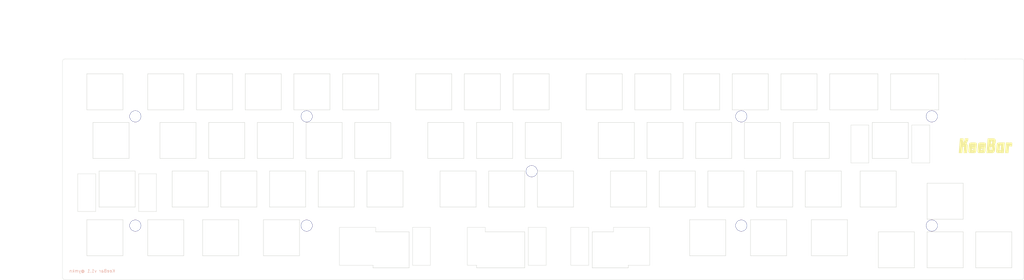
<source format=kicad_pcb>
(kicad_pcb (version 20221018) (generator pcbnew)
  (title_block (title "KeeBar TopPlate") (date "2023-12-29") (rev "v1.1") (company "@ymkn"))
  (layers (0 "F.Cu" signal) (31 "B.Cu" signal) (34 "B.Paste" user) (35 "F.Paste" user) (36 "B.SilkS" user "B.Silkscreen") (37 "F.SilkS" user "F.Silkscreen") (38 "B.Mask" user) (39 "F.Mask" user) (44 "Edge.Cuts" user))
  (net 0 "")
  (footprint "kbd_SW_Hole:SW_Hole_1.25u" (layer "F.Cu") (at 273.84375 109.5375)
    (fp_text reference "SW55" hide)
    (fp_text value "SW_Push" hide)
    (fp_line (start -7.05 -7.05) (end 7.05 -7.05) (stroke (width 0.15)) (layer "Edge.Cuts"))
    (fp_line (start -7.05 7.05) (end -7.05 -7.05) (stroke (width 0.15)) (layer "Edge.Cuts"))
    (fp_line (start 7.05 -7.05) (end 7.05 7.05) (stroke (width 0.15)) (layer "Edge.Cuts"))
    (fp_line (start 7.05 7.05) (end -7.05 7.05) (stroke (width 0.15)) (layer "Edge.Cuts"))
  )
  (footprint "kbd_Hole:m2_Spacer_Hole" (layer "F.Cu") (at 361.5 62)
    (fp_text reference "M2_4")
    (fp_text value "Val**")
    (pad "" np_thru_hole circle (at 0 0) (size 4.5 4.5) (drill 4.3) (layers "*.Cu" "*.Mask"))
  )
  (footprint "kbd_SW_Hole:SW_Hole_1u" (layer "F.Cu") (at 314.325 71.4375)
    (fp_text reference "SW30" hide)
    (fp_text value "SW_Push" hide)
    (fp_line (start -7.05 -7.05) (end 7.05 -7.05) (stroke (width 0.15)) (layer "Edge.Cuts"))
    (fp_line (start -7.05 7.05) (end -7.05 -7.05) (stroke (width 0.15)) (layer "Edge.Cuts"))
    (fp_line (start 7.05 -7.05) (end 7.05 7.05) (stroke (width 0.15)) (layer "Edge.Cuts"))
    (fp_line (start 7.05 7.05) (end -7.05 7.05) (stroke (width 0.15)) (layer "Edge.Cuts"))
  )
  (footprint "kbd_SW_Hole:SW_Hole_1u" (layer "F.Cu") (at 119.0625 52.3875)
    (fp_text reference "SW5" hide)
    (fp_text value "SW_Push" hide)
    (fp_line (start -7.05 -7.05) (end 7.05 -7.05) (stroke (width 0.15)) (layer "Edge.Cuts"))
    (fp_line (start -7.05 7.05) (end -7.05 -7.05) (stroke (width 0.15)) (layer "Edge.Cuts"))
    (fp_line (start 7.05 -7.05) (end 7.05 7.05) (stroke (width 0.15)) (layer "Edge.Cuts"))
    (fp_line (start 7.05 7.05) (end -7.05 7.05) (stroke (width 0.15)) (layer "Edge.Cuts"))
  )
  (footprint "kbd_SW_Hole:SW_Hole_1u" (layer "F.Cu") (at 276.225 71.4375)
    (fp_text reference "SW28" hide)
    (fp_text value "SW_Push" hide)
    (fp_line (start -7.05 -7.05) (end 7.05 -7.05) (stroke (width 0.15)) (layer "Edge.Cuts"))
    (fp_line (start -7.05 7.05) (end -7.05 -7.05) (stroke (width 0.15)) (layer "Edge.Cuts"))
    (fp_line (start 7.05 -7.05) (end 7.05 7.05) (stroke (width 0.15)) (layer "Edge.Cuts"))
    (fp_line (start 7.05 7.05) (end -7.05 7.05) (stroke (width 0.15)) (layer "Edge.Cuts"))
  )
  (footprint "kbd_SW_Hole:SW_Hole_1.25u" (layer "F.Cu") (at 340.51875 90.4875)
    (fp_text reference "SW46" hide)
    (fp_text value "SW_Push" hide)
    (fp_line (start -7.05 -7.05) (end 7.05 -7.05) (stroke (width 0.15)) (layer "Edge.Cuts"))
    (fp_line (start -7.05 7.05) (end -7.05 -7.05) (stroke (width 0.15)) (layer "Edge.Cuts"))
    (fp_line (start 7.05 -7.05) (end 7.05 7.05) (stroke (width 0.15)) (layer "Edge.Cuts"))
    (fp_line (start 7.05 7.05) (end -7.05 7.05) (stroke (width 0.15)) (layer "Edge.Cuts"))
  )
  (footprint "kbd_SW_Hole:SW_Hole_1u" (layer "F.Cu") (at 209.55 71.4375)
    (fp_text reference "SW25" hide)
    (fp_text value "SW_Push" hide)
    (fp_line (start -7.05 -7.05) (end 7.05 -7.05) (stroke (width 0.15)) (layer "Edge.Cuts"))
    (fp_line (start -7.05 7.05) (end -7.05 -7.05) (stroke (width 0.15)) (layer "Edge.Cuts"))
    (fp_line (start 7.05 -7.05) (end 7.05 7.05) (stroke (width 0.15)) (layer "Edge.Cuts"))
    (fp_line (start 7.05 7.05) (end -7.05 7.05) (stroke (width 0.15)) (layer "Edge.Cuts"))
  )
  (footprint "kbd_Hole:m2_Spacer_Hole" (layer "F.Cu") (at 117 62)
    (fp_text reference "M2_2")
    (fp_text value "Val**")
    (pad "" np_thru_hole circle (at 0 0) (size 4.5 4.5) (drill 4.3) (layers "*.Cu" "*.Mask"))
  )
  (footprint "kbd_Hole:m2_Spacer_Hole" (layer "F.Cu") (at 287 104.8)
    (fp_text reference "M2_8")
    (fp_text value "Val**")
    (pad "" np_thru_hole circle (at 0 0) (size 4.5 4.5) (drill 4.3) (layers "*.Cu" "*.Mask"))
  )
  (footprint "kbd_SW_Hole:SW_Hole_1u" (layer "F.Cu") (at 147.6375 90.4875)
    (fp_text reference "SW37" hide)
    (fp_text value "SW_Push" hide)
    (fp_line (start -7.05 -7.05) (end 7.05 -7.05) (stroke (width 0.15)) (layer "Edge.Cuts"))
    (fp_line (start -7.05 7.05) (end -7.05 -7.05) (stroke (width 0.15)) (layer "Edge.Cuts"))
    (fp_line (start 7.05 -7.05) (end 7.05 7.05) (stroke (width 0.15)) (layer "Edge.Cuts"))
    (fp_line (start 7.05 7.05) (end -7.05 7.05) (stroke (width 0.15)) (layer "Edge.Cuts"))
  )
  (footprint "kbd_SW_Hole:SW_Hole_1u" (layer "F.Cu") (at 309.5625 52.3875)
    (fp_text reference "SW14" hide)
    (fp_text value "SW_Push" hide)
    (fp_line (start -7.05 -7.05) (end 7.05 -7.05) (stroke (width 0.15)) (layer "Edge.Cuts"))
    (fp_line (start -7.05 7.05) (end -7.05 -7.05) (stroke (width 0.15)) (layer "Edge.Cuts"))
    (fp_line (start 7.05 -7.05) (end 7.05 7.05) (stroke (width 0.15)) (layer "Edge.Cuts"))
    (fp_line (start 7.05 7.05) (end -7.05 7.05) (stroke (width 0.15)) (layer "Edge.Cuts"))
  )
  (footprint "kbd_Hole:m2_Spacer_Hole" (layer "F.Cu") (at 50 62)
    (fp_text reference "M2_1")
    (fp_text value "Val**")
    (pad "" np_thru_hole circle (at 0 0) (size 4.5 4.5) (drill 4.3) (layers "*.Cu" "*.Mask"))
  )
  (footprint "kbd_SW_Hole:SW_Hole_1u" (layer "F.Cu") (at 366.7125 114.3)
    (fp_text reference "SW59" hide)
    (fp_text value "SW_Push" hide)
    (fp_line (start -7.05 -7.05) (end 7.05 -7.05) (stroke (width 0.15)) (layer "Edge.Cuts"))
    (fp_line (start -7.05 7.05) (end -7.05 -7.05) (stroke (width 0.15)) (layer "Edge.Cuts"))
    (fp_line (start 7.05 -7.05) (end 7.05 7.05) (stroke (width 0.15)) (layer "Edge.Cuts"))
    (fp_line (start 7.05 7.05) (end -7.05 7.05) (stroke (width 0.15)) (layer "Edge.Cuts"))
  )
  (footprint "kbd_SW_Hole:SW_Hole_1u" (layer "F.Cu") (at 214.3125 90.4875)
    (fp_text reference "SW40" hide)
    (fp_text value "SW_Push" hide)
    (fp_line (start -7.05 -7.05) (end 7.05 -7.05) (stroke (width 0.15)) (layer "Edge.Cuts"))
    (fp_line (start -7.05 7.05) (end -7.05 -7.05) (stroke (width 0.15)) (layer "Edge.Cuts"))
    (fp_line (start 7.05 -7.05) (end 7.05 7.05) (stroke (width 0.15)) (layer "Edge.Cuts"))
    (fp_line (start 7.05 7.05) (end -7.05 7.05) (stroke (width 0.15)) (layer "Edge.Cuts"))
  )
  (footprint "kbd_SW_Hole:SW_Hole_1.25u" (layer "F.Cu") (at 297.65625 109.5375)
    (fp_text reference "SW56" hide)
    (fp_text value "SW_Push" hide)
    (fp_line (start -7.05 -7.05) (end 7.05 -7.05) (stroke (width 0.15)) (layer "Edge.Cuts"))
    (fp_line (start -7.05 7.05) (end -7.05 -7.05) (stroke (width 0.15)) (layer "Edge.Cuts"))
    (fp_line (start 7.05 -7.05) (end 7.05 7.05) (stroke (width 0.15)) (layer "Edge.Cuts"))
    (fp_line (start 7.05 7.05) (end -7.05 7.05) (stroke (width 0.15)) (layer "Edge.Cuts"))
  )
  (footprint "kbd_SW_Hole:SW_Hole_1u" (layer "F.Cu") (at 233.3625 52.3875)
    (fp_text reference "SW10" hide)
    (fp_text value "SW_Push" hide)
    (fp_line (start -7.05 -7.05) (end 7.05 -7.05) (stroke (width 0.15)) (layer "Edge.Cuts"))
    (fp_line (start -7.05 7.05) (end -7.05 -7.05) (stroke (width 0.15)) (layer "Edge.Cuts"))
    (fp_line (start 7.05 -7.05) (end 7.05 7.05) (stroke (width 0.15)) (layer "Edge.Cuts"))
    (fp_line (start 7.05 7.05) (end -7.05 7.05) (stroke (width 0.15)) (layer "Edge.Cuts"))
  )
  (footprint "kbd_SW_Hole:SW_Hole_1u" (layer "F.Cu") (at 104.775 71.4375)
    (fp_text reference "SW20" hide)
    (fp_text value "SW_Push" hide)
    (fp_line (start -7.05 -7.05) (end 7.05 -7.05) (stroke (width 0.15)) (layer "Edge.Cuts"))
    (fp_line (start -7.05 7.05) (end -7.05 -7.05) (stroke (width 0.15)) (layer "Edge.Cuts"))
    (fp_line (start 7.05 -7.05) (end 7.05 7.05) (stroke (width 0.15)) (layer "Edge.Cuts"))
    (fp_line (start 7.05 7.05) (end -7.05 7.05) (stroke (width 0.15)) (layer "Edge.Cuts"))
  )
  (footprint "kbd_SW_Hole:SW_Hole_1u" (layer "F.Cu") (at 295.275 71.4375)
    (fp_text reference "SW29" hide)
    (fp_text value "SW_Push" hide)
    (fp_line (start -7.05 -7.05) (end 7.05 -7.05) (stroke (width 0.15)) (layer "Edge.Cuts"))
    (fp_line (start -7.05 7.05) (end -7.05 -7.05) (stroke (width 0.15)) (layer "Edge.Cuts"))
    (fp_line (start 7.05 -7.05) (end 7.05 7.05) (stroke (width 0.15)) (layer "Edge.Cuts"))
    (fp_line (start 7.05 7.05) (end -7.05 7.05) (stroke (width 0.15)) (layer "Edge.Cuts"))
  )
  (footprint "kbd_SW_Hole:SW_Hole_1u" (layer "F.Cu") (at 90.4875 90.4875)
    (fp_text reference "SW34" hide)
    (fp_text value "SW_Push" hide)
    (fp_line (start -7.05 -7.05) (end 7.05 -7.05) (stroke (width 0.15)) (layer "Edge.Cuts"))
    (fp_line (start -7.05 7.05) (end -7.05 -7.05) (stroke (width 0.15)) (layer "Edge.Cuts"))
    (fp_line (start 7.05 -7.05) (end 7.05 7.05) (stroke (width 0.15)) (layer "Edge.Cuts"))
    (fp_line (start 7.05 7.05) (end -7.05 7.05) (stroke (width 0.15)) (layer "Edge.Cuts"))
  )
  (footprint "KeeBar-footprints:SW_JointHole_1u_1.5u" (layer "F.Cu") (at 342.9 52.3875)
    (fp_text reference "REF**" hide)
    (fp_text value "" hide)
    (fp_line (start -21.3375 -7.05) (end -2.475 -7.05) (stroke (width 0.15)) (layer "Edge.Cuts"))
    (fp_line (start -21.3375 7.05) (end -21.3375 -7.05) (stroke (width 0.15)) (layer "Edge.Cuts"))
    (fp_line (start -2.4765 7.05) (end -21.3375 7.05) (stroke (width 0.15)) (layer "Edge.Cuts"))
    (fp_line (start -2.475 -7.05) (end -2.475 7.05) (stroke (width 0.15)) (layer "Edge.Cuts"))
    (fp_line (start 2.475 -7.05) (end 21.3375 -7.05) (stroke (width 0.15)) (layer "Edge.Cuts"))
    (fp_line (start 2.475 7.05) (end 2.475 -7.05) (stroke (width 0.15)) (layer "Edge.Cuts"))
    (fp_line (start 21.3375 -7.05) (end 21.3375 7.05) (stroke (width 0.15)) (layer "Edge.Cuts"))
    (fp_line (start 21.3375 7.05) (end 2.475 7.05) (stroke (width 0.15)) (layer "Edge.Cuts"))
  )
  (footprint "kbd_SW_Hole:SW_Hole_2u" (layer "F.Cu") (at 42.8625 90.4875)
    (fp_text reference "SW32" hide)
    (fp_text value "SW_Push" hide)
    (fp_line (start -15.4 -6) (end -8.4 -6) (stroke (width 0.12)) (layer "Edge.Cuts"))
    (fp_line (start -15.4 8.8) (end -15.4 -6) (stroke (width 0.12)) (layer "Edge.Cuts"))
    (fp_line (start -8.4 -6) (end -8.4 8.8) (stroke (width 0.12)) (layer "Edge.Cuts"))
    (fp_line (start -8.4 8.8) (end -15.4 8.8) (stroke (width 0.12)) (layer "Edge.Cuts"))
    (fp_line (start -7.05 -7.05) (end 7.05 -7.05) (stroke (width 0.15)) (layer "Edge.Cuts"))
    (fp_line (start -7.05 7.05) (end -7.05 -7.05) (stroke (width 0.15)) (layer "Edge.Cuts"))
    (fp_line (start 7.05 -7.05) (end 7.05 7.05) (stroke (width 0.15)) (layer "Edge.Cuts"))
    (fp_line (start 7.05 7.05) (end -7.05 7.05) (stroke (width 0.15)) (layer "Edge.Cuts"))
    (fp_line (start 8.4 -6) (end 8.4 8.8) (stroke (width 0.12)) (layer "Edge.Cuts"))
    (fp_line (start 8.4 8.8) (end 15.4 8.8) (stroke (width 0.12)) (layer "Edge.Cuts"))
    (fp_line (start 15.4 -6) (end 8.4 -6) (stroke (width 0.12)) (layer "Edge.Cuts"))
    (fp_line (start 15.4 8.8) (end 15.4 -6) (stroke (width 0.12)) (layer "Edge.Cuts"))
  )
  (footprint "kbd_SW_Hole:SW_Hole_1.5u" (layer "F.Cu") (at 38.1 52.3875)
    (fp_text reference "SW1" hide)
    (fp_text value "SW_Push" hide)
    (fp_line (start -7.05 -7.05) (end 7.05 -7.05) (stroke (width 0.15)) (layer "Edge.Cuts"))
    (fp_line (start -7.05 7.05) (end -7.05 -7.05) (stroke (width 0.15)) (layer "Edge.Cuts"))
    (fp_line (start 7.05 -7.05) (end 7.05 7.05) (stroke (width 0.15)) (layer "Edge.Cuts"))
    (fp_line (start 7.05 7.05) (end -7.05 7.05) (stroke (width 0.15)) (layer "Edge.Cuts"))
  )
  (footprint "kbd_SW_Hole:SW_Hole_1u" (layer "F.Cu") (at 300.0375 90.4875)
    (fp_text reference "SW44" hide)
    (fp_text value "SW_Push" hide)
    (fp_line (start -7.05 -7.05) (end 7.05 -7.05) (stroke (width 0.15)) (layer "Edge.Cuts"))
    (fp_line (start -7.05 7.05) (end -7.05 -7.05) (stroke (width 0.15)) (layer "Edge.Cuts"))
    (fp_line (start 7.05 -7.05) (end 7.05 7.05) (stroke (width 0.15)) (layer "Edge.Cuts"))
    (fp_line (start 7.05 7.05) (end -7.05 7.05) (stroke (width 0.15)) (layer "Edge.Cuts"))
  )
  (footprint "kbd_SW_Hole:SW_Hole_1u" (layer "F.Cu") (at 195.2625 90.4875)
    (fp_text reference "SW39" hide)
    (fp_text value "SW_Push" hide)
    (fp_line (start -7.05 -7.05) (end 7.05 -7.05) (stroke (width 0.15)) (layer "Edge.Cuts"))
    (fp_line (start -7.05 7.05) (end -7.05 -7.05) (stroke (width 0.15)) (layer "Edge.Cuts"))
    (fp_line (start 7.05 -7.05) (end 7.05 7.05) (stroke (width 0.15)) (layer "Edge.Cuts"))
    (fp_line (start 7.05 7.05) (end -7.05 7.05) (stroke (width 0.15)) (layer "Edge.Cuts"))
  )
  (footprint "kbd_SW_Hole:SW_Hole_1u" (layer "F.Cu") (at 123.825 71.4375)
    (fp_text reference "SW21" hide)
    (fp_text value "SW_Push" hide)
    (fp_line (start -7.05 -7.05) (end 7.05 -7.05) (stroke (width 0.15)) (layer "Edge.Cuts"))
    (fp_line (start -7.05 7.05) (end -7.05 -7.05) (stroke (width 0.15)) (layer "Edge.Cuts"))
    (fp_line (start 7.05 -7.05) (end 7.05 7.05) (stroke (width 0.15)) (layer "Edge.Cuts"))
    (fp_line (start 7.05 7.05) (end -7.05 7.05) (stroke (width 0.15)) (layer "Edge.Cuts"))
  )
  (footprint "kbd_SW_Hole:SW_Hole_1u" (layer "F.Cu") (at 347.6625 114.3)
    (fp_text reference "SW58" hide)
    (fp_text value "SW_Push" hide)
    (fp_line (start -7.05 -7.05) (end 7.05 -7.05) (stroke (width 0.15)) (layer "Edge.Cuts"))
    (fp_line (start -7.05 7.05) (end -7.05 -7.05) (stroke (width 0.15)) (layer "Edge.Cuts"))
    (fp_line (start 7.05 -7.05) (end 7.05 7.05) (stroke (width 0.15)) (layer "Edge.Cuts"))
    (fp_line (start 7.05 7.05) (end -7.05 7.05) (stroke (width 0.15)) (layer "Edge.Cuts"))
  )
  (footprint "kbd_SW_Hole:SW_Hole_1u" (layer "F.Cu") (at 85.725 71.4375)
    (fp_text reference "SW19" hide)
    (fp_text value "SW_Push" hide)
    (fp_line (start -7.05 -7.05) (end 7.05 -7.05) (stroke (width 0.15)) (layer "Edge.Cuts"))
    (fp_line (start -7.05 7.05) (end -7.05 -7.05) (stroke (width 0.15)) (layer "Edge.Cuts"))
    (fp_line (start 7.05 -7.05) (end 7.05 7.05) (stroke (width 0.15)) (layer "Edge.Cuts"))
    (fp_line (start 7.05 7.05) (end -7.05 7.05) (stroke (width 0.15)) (layer "Edge.Cuts"))
  )
  (footprint "kbd_SW_Hole:SW_Hole_1u" (layer "F.Cu") (at 61.9125 109.5375)
    (fp_text reference "SW49" hide)
    (fp_text value "SW_Push" hide)
    (fp_line (start -7.05 -7.05) (end 7.05 -7.05) (stroke (width 0.15)) (layer "Edge.Cuts"))
    (fp_line (start -7.05 7.05) (end -7.05 -7.05) (stroke (width 0.15)) (layer "Edge.Cuts"))
    (fp_line (start 7.05 -7.05) (end 7.05 7.05) (stroke (width 0.15)) (layer "Edge.Cuts"))
    (fp_line (start 7.05 7.05) (end -7.05 7.05) (stroke (width 0.15)) (layer "Edge.Cuts"))
  )
  (footprint "kbd_SW_Hole:SW_Hole_1u" (layer "F.Cu") (at 71.4375 90.4875)
    (fp_text reference "SW33" hide)
    (fp_text value "SW_Push" hide)
    (fp_line (start -7.05 -7.05) (end 7.05 -7.05) (stroke (width 0.15)) (layer "Edge.Cuts"))
    (fp_line (start -7.05 7.05) (end -7.05 -7.05) (stroke (width 0.15)) (layer "Edge.Cuts"))
    (fp_line (start 7.05 -7.05) (end 7.05 7.05) (stroke (width 0.15)) (layer "Edge.Cuts"))
    (fp_line (start 7.05 7.05) (end -7.05 7.05) (stroke (width 0.15)) (layer "Edge.Cuts"))
  )
  (footprint "KeeBar-footprints:SW_JointHole_Omnispacebar" (layer "F.Cu") (at 190.5 114.3)
    (fp_text reference "Omnispacebar" hide)
    (fp_text value "SW_JointHole_Omnispacebar")
    (fp_line (start -60.6625 -8.79) (end -60.6625 6.01) (stroke (width 0.12)) (layer "Edge.Cuts"))
    (fp_line (start -60.6625 6.01) (end -47.54 6.01) (stroke (width 0.12)) (layer "Edge.Cuts"))
    (fp_line (start -47.54 7.06) (end -47.54 6.01) (stroke (width 0.15)) (layer "Edge.Cuts"))
    (fp_line (start -46.51 -8.79) (end -60.6625 -8.79) (stroke (width 0.12)) (layer "Edge.Cuts"))
    (fp_line (start -46.51 -7.04) (end -46.51 -8.79) (stroke (width 0.12)) (layer "Edge.Cuts"))
    (fp_line (start -46.51 -7.04) (end -33.44 -7.04) (stroke (width 0.15)) (layer "Edge.Cuts"))
    (fp_line (start -33.44 -7.04) (end -33.44 7.06) (stroke (width 0.15)) (layer "Edge.Cuts"))
    (fp_line (start -33.44 7.06) (end -47.54 7.06) (stroke (width 0.15)) (layer "Edge.Cuts"))
    (fp_line (start -32.09 -8.79) (end -25.09 -8.79) (stroke (width 0.12)) (layer "Edge.Cuts"))
    (fp_line (start -32.09 6.01) (end -32.09 -8.79) (stroke (width 0.12)) (layer "Edge.Cuts"))
    (fp_line (start -25.09 -8.79) (end -25.09 6.01) (stroke (width 0.12)) (layer "Edge.Cuts"))
    (fp_line (start -25.09 6.01) (end -32.09 6.01) (stroke (width 0.12)) (layer "Edge.Cuts"))
    (fp_line (start -10.64625 -8.79) (end -10.64625 6.01) (stroke (width 0.12)) (layer "Edge.Cuts"))
    (fp_line (start -10.64625 6.01) (end -7.0525 6.01) (stroke (width 0.12)) (layer "Edge.Cuts"))
    (fp_line (start -7.0525 7.06) (end -7.0525 6.01) (stroke (width 0.15)) (layer "Edge.Cuts"))
    (fp_line (start -3.64625 -8.79) (end -10.64625 -8.79) (stroke (width 0.12)) (layer "Edge.Cuts"))
    (fp_line (start -3.64625 -7.04) (end -3.64625 -8.79) (stroke (width 0.12)) (layer "Edge.Cuts"))
    (fp_line (start -3.64625 -7.04) (end 11.80375 -7.04) (stroke (width 0.15)) (layer "Edge.Cuts"))
    (fp_line (start 11.80375 -7.04) (end 11.80375 7.06) (stroke (width 0.15)) (layer "Edge.Cuts"))
    (fp_line (start 11.80375 7.06) (end -7.0525 7.06) (stroke (width 0.15)) (layer "Edge.Cuts"))
    (fp_line (start 13.15375 -8.79) (end 20.15375 -8.79) (stroke (width 0.12)) (layer "Edge.Cuts"))
    (fp_line (start 13.15375 6.01) (end 13.15375 -8.79) (stroke (width 0.12)) (layer "Edge.Cuts"))
    (fp_line (start 20.15375 -8.79) (end 20.15375 6.01) (stroke (width 0.12)) (layer "Edge.Cuts"))
    (fp_line (start 20.15375 6.01) (end 13.15375 6.01) (stroke (width 0.12)) (layer "Edge.Cuts"))
    (fp_line (start 29.835 -8.79) (end 29.835 6.01) (stroke (width 0.12)) (layer "Edge.Cuts"))
    (fp_line (start 29.835 6.01) (end 36.835 6.01) (stroke (width 0.12)) (layer "Edge.Cuts"))
    (fp_line (start 36.835 -8.79) (end 29.835 -8.79) (stroke (width 0.12)) (layer "Edge.Cuts"))
    (fp_line (start 36.835 6.01) (end 36.835 -8.79) (stroke (width 0.12)) (layer "Edge.Cuts"))
    (fp_line (start 38.185 -7.04) (end 46.51 -7.04) (stroke (width 0.15)) (layer "Edge.Cuts"))
    (fp_line (start 38.185 7.06) (end 38.185 -7.04) (stroke (width 0.15)) (layer "Edge.Cuts"))
    (fp_line (start 46.51 -8.79) (end 60.6575 -8.79) (stroke (width 0.12)) (layer "Edge.Cuts"))
    (fp_line (start 46.51 -7.04) (end 46.51 -8.79) (stroke (width 0.12)) (layer "Edge.Cuts"))
    (fp_line (start 52.285 6.01) (end 52.285 7.06) (stroke (width 0.15)) (layer "Edge.Cuts"))
    (fp_line (start 52.285 7.06) (end 38.185 7.06) (stroke (width 0.15)) (layer "Edge.Cuts"))
    (fp_line (start 60.6575 -8.79) (end 60.6575 6.01) (stroke (width 0.12)) (layer "Edge.Cuts"))
    (fp_line (start 60.6575 6.01) (end 52.285 6.01) (stroke (width 0.12)) (layer "Edge.Cuts"))
  )
  (footprint "kbd_SW_Hole:SW_Hole_1u" (layer "F.Cu") (at 185.7375 52.3875)
    (fp_text reference "SW8" hide)
    (fp_text value "SW_Push" hide)
    (fp_line (start -7.05 -7.05) (end 7.05 -7.05) (stroke (width 0.15)) (layer "Edge.Cuts"))
    (fp_line (start -7.05 7.05) (end -7.05 -7.05) (stroke (width 0.15)) (layer "Edge.Cuts"))
    (fp_line (start 7.05 -7.05) (end 7.05 7.05) (stroke (width 0.15)) (layer "Edge.Cuts"))
    (fp_line (start 7.05 7.05) (end -7.05 7.05) (stroke (width 0.15)) (layer "Edge.Cuts"))
  )
  (footprint "kbd_SW_Hole:SW_Hole_1.25u" (layer "F.Cu") (at 83.34375 109.5375)
    (fp_text reference "SW50" hide)
    (fp_text value "SW_Push" hide)
    (fp_line (start -7.05 -7.05) (end 7.05 -7.05) (stroke (width 0.15)) (layer "Edge.Cuts"))
    (fp_line (start -7.05 7.05) (end -7.05 -7.05) (stroke (width 0.15)) (layer "Edge.Cuts"))
    (fp_line (start 7.05 -7.05) (end 7.05 7.05) (stroke (width 0.15)) (layer "Edge.Cuts"))
    (fp_line (start 7.05 7.05) (end -7.05 7.05) (stroke (width 0.15)) (layer "Edge.Cuts"))
  )
  (footprint "kbd_SW_Hole:SW_Hole_1u" (layer "F.Cu") (at 238.125 71.4375)
    (fp_text reference "SW26" hide)
    (fp_text value "SW_Push" hide)
    (fp_line (start -7.05 -7.05) (end 7.05 -7.05) (stroke (width 0.15)) (layer "Edge.Cuts"))
    (fp_line (start -7.05 7.05) (end -7.05 -7.05) (stroke (width 0.15)) (layer "Edge.Cuts"))
    (fp_line (start 7.05 -7.05) (end 7.05 7.05) (stroke (width 0.15)) (layer "Edge.Cuts"))
    (fp_line (start 7.05 7.05) (end -7.05 7.05) (stroke (width 0.15)) (layer "Edge.Cuts"))
  )
  (footprint "kbd_SW_Hole:SW_Hole_1u" (layer "F.Cu") (at 366.7125 95.25)
    (fp_text reference "SW47" hide)
    (fp_text value "SW_Push" hide)
    (fp_line (start -7.05 -7.05) (end 7.05 -7.05) (stroke (width 0.15)) (layer "Edge.Cuts"))
    (fp_line (start -7.05 7.05) (end -7.05 -7.05) (stroke (width 0.15)) (layer "Edge.Cuts"))
    (fp_line (start 7.05 -7.05) (end 7.05 7.05) (stroke (width 0.15)) (layer "Edge.Cuts"))
    (fp_line (start 7.05 7.05) (end -7.05 7.05) (stroke (width 0.15)) (layer "Edge.Cuts"))
  )
  (footprint "kbd_SW_Hole:SW_Hole_1u" (layer "F.Cu") (at 257.175 71.4375)
    (fp_text reference "SW27" hide)
    (fp_text value "SW_Push" hide)
    (fp_line (start -7.05 -7.05) (end 7.05 -7.05) (stroke (width 0.15)) (layer "Edge.Cuts"))
    (fp_line (start -7.05 7.05) (end -7.05 -7.05) (stroke (width 0.15)) (layer "Edge.Cuts"))
    (fp_line (start 7.05 -7.05) (end 7.05 7.05) (stroke (width 0.15)) (layer "Edge.Cuts"))
    (fp_line (start 7.05 7.05) (end -7.05 7.05) (stroke (width 0.15)) (layer "Edge.Cuts"))
  )
  (footprint "kbd_SW_Hole:SW_Hole_1u" (layer "F.Cu") (at 138.1125 52.3875)
    (fp_text reference "SW6" hide)
    (fp_text value "SW_Push" hide)
    (fp_line (start -7.05 -7.05) (end 7.05 -7.05) (stroke (width 0.15)) (layer "Edge.Cuts"))
    (fp_line (start -7.05 7.05) (end -7.05 -7.05) (stroke (width 0.15)) (layer "Edge.Cuts"))
    (fp_line (start 7.05 -7.05) (end 7.05 7.05) (stroke (width 0.15)) (layer "Edge.Cuts"))
    (fp_line (start 7.05 7.05) (end -7.05 7.05) (stroke (width 0.15)) (layer "Edge.Cuts"))
  )
  (footprint "kbd_SW_Hole:SW_Hole_1u" (layer "F.Cu") (at 142.875 71.4375)
    (fp_text reference "SW22" hide)
    (fp_text value "SW_Push" hide)
    (fp_line (start -7.05 -7.05) (end 7.05 -7.05) (stroke (width 0.15)) (layer "Edge.Cuts"))
    (fp_line (start -7.05 7.05) (end -7.05 -7.05) (stroke (width 0.15)) (layer "Edge.Cuts"))
    (fp_line (start 7.05 -7.05) (end 7.05 7.05) (stroke (width 0.15)) (layer "Edge.Cuts"))
    (fp_line (start 7.05 7.05) (end -7.05 7.05) (stroke (width 0.15)) (layer "Edge.Cuts"))
  )
  (footprint "kbd_SW_Hole:SW_Hole_1u" (layer "F.Cu") (at 204.7875 52.3875)
    (fp_text reference "SW9" hide)
    (fp_text value "SW_Push" hide)
    (fp_line (start -7.05 -7.05) (end 7.05 -7.05) (stroke (width 0.15)) (layer "Edge.Cuts"))
    (fp_line (start -7.05 7.05) (end -7.05 -7.05) (stroke (width 0.15)) (layer "Edge.Cuts"))
    (fp_line (start 7.05 -7.05) (end 7.05 7.05) (stroke (width 0.15)) (layer "Edge.Cuts"))
    (fp_line (start 7.05 7.05) (end -7.05 7.05) (stroke (width 0.15)) (layer "Edge.Cuts"))
  )
  (footprint "kbd_SW_Hole:SW_Hole_1u" (layer "F.Cu") (at 190.5 71.4375)
    (fp_text reference "SW24" hide)
    (fp_text value "SW_Push" hide)
    (fp_line (start -7.05 -7.05) (end 7.05 -7.05) (stroke (width 0.15)) (layer "Edge.Cuts"))
    (fp_line (start -7.05 7.05) (end -7.05 -7.05) (stroke (width 0.15)) (layer "Edge.Cuts"))
    (fp_line (start 7.05 -7.05) (end 7.05 7.05) (stroke (width 0.15)) (layer "Edge.Cuts"))
    (fp_line (start 7.05 7.05) (end -7.05 7.05) (stroke (width 0.15)) (layer "Edge.Cuts"))
  )
  (footprint "kbd_Hole:m2_Spacer_Hole" (layer "F.Cu") (at 205 83.5)
    (fp_text reference "M2_5")
    (fp_text value "Val**")
    (pad "" np_thru_hole circle (at 0 0) (size 4.5 4.5) (drill 4.3) (layers "*.Cu" "*.Mask"))
  )
  (footprint "kbd_SW_Hole:SW_Hole_1u" (layer "F.Cu") (at 385.7625 114.3)
    (fp_text reference "SW60" hide)
    (fp_text value "SW_Push" hide)
    (fp_line (start -7.05 -7.05) (end 7.05 -7.05) (stroke (width 0.15)) (layer "Edge.Cuts"))
    (fp_line (start -7.05 7.05) (end -7.05 -7.05) (stroke (width 0.15)) (layer "Edge.Cuts"))
    (fp_line (start 7.05 -7.05) (end 7.05 7.05) (stroke (width 0.15)) (layer "Edge.Cuts"))
    (fp_line (start 7.05 7.05) (end -7.05 7.05) (stroke (width 0.15)) (layer "Edge.Cuts"))
  )
  (footprint "kbd_SW_Hole:SW_Hole_1u" (layer "F.Cu") (at 166.6875 52.3875)
    (fp_text reference "SW7" hide)
    (fp_text value "SW_Push" hide)
    (fp_line (start -7.05 -7.05) (end 7.05 -7.05) (stroke (width 0.15)) (layer "Edge.Cuts"))
    (fp_line (start -7.05 7.05) (end -7.05 -7.05) (stroke (width 0.15)) (layer "Edge.Cuts"))
    (fp_line (start 7.05 -7.05) (end 7.05 7.05) (stroke (width 0.15)) (layer "Edge.Cuts"))
    (fp_line (start 7.05 7.05) (end -7.05 7.05) (stroke (width 0.15)) (layer "Edge.Cuts"))
  )
  (footprint "kbd_SW_Hole:SW_Hole_1u" (layer "F.Cu") (at 261.9375 90.4875)
    (fp_text reference "SW42" hide)
    (fp_text value "SW_Push" hide)
    (fp_line (start -7.05 -7.05) (end 7.05 -7.05) (stroke (width 0.15)) (layer "Edge.Cuts"))
    (fp_line (start -7.05 7.05) (end -7.05 -7.05) (stroke (width 0.15)) (layer "Edge.Cuts"))
    (fp_line (start 7.05 -7.05) (end 7.05 7.05) (stroke (width 0.15)) (layer "Edge.Cuts"))
    (fp_line (start 7.05 7.05) (end -7.05 7.05) (stroke (width 0.15)) (layer "Edge.Cuts"))
  )
  (footprint "kbd_Hole:m2_Spacer_Hole" (layer "F.Cu") (at 117 104.8)
    (fp_text reference "M2_7")
    (fp_text value "Val**")
    (pad "" np_thru_hole circle (at 0 0) (size 4.5 4.5) (drill 4.3) (layers "*.Cu" "*.Mask"))
  )
  (footprint "kbd_SW_Hole:SW_Hole_1u" (layer "F.Cu") (at 242.8875 90.4875)
    (fp_text reference "SW41" hide)
    (fp_text value "SW_Push" hide)
    (fp_line (start -7.05 -7.05) (end 7.05 -7.05) (stroke (width 0.15)) (layer "Edge.Cuts"))
    (fp_line (start -7.05 7.05) (end -7.05 -7.05) (stroke (width 0.15)) (layer "Edge.Cuts"))
    (fp_line (start 7.05 -7.05) (end 7.05 7.05) (stroke (width 0.15)) (layer "Edge.Cuts"))
    (fp_line (start 7.05 7.05) (end -7.05 7.05) (stroke (width 0.15)) (layer "Edge.Cuts"))
  )
  (footprint "kbd_SW_Hole:SW_Hole_1u" (layer "F.Cu") (at 100.0125 52.3875)
    (fp_text reference "SW4" hide)
    (fp_text value "SW_Push" hide)
    (fp_line (start -7.05 -7.05) (end 7.05 -7.05) (stroke (width 0.15)) (layer "Edge.Cuts"))
    (fp_line (start -7.05 7.05) (end -7.05 -7.05) (stroke (width 0.15)) (layer "Edge.Cuts"))
    (fp_line (start 7.05 -7.05) (end 7.05 7.05) (stroke (width 0.15)) (layer "Edge.Cuts"))
    (fp_line (start 7.05 7.05) (end -7.05 7.05) (stroke (width 0.15)) (layer "Edge.Cuts"))
  )
  (footprint "logo:keebar-logo" (layer "F.Cu") (at 382.5 73.5)
    (fp_text reference "" (at 0 0) (layer "F.SilkS") (effects (font (size 1.5 1.5) (thickness 0.3))))
    (fp_text value "LOGO" hide)
    (fp_poly (pts (xy 10.077368 -1.270115) (xy 10.196689 -1.260714) (xy 10.275485 -1.238843) (xy 10.335881 -1.199427) (xy 10.375832 -1.161913) (xy 10.48604 -1.051705) (xy 10.457216 -0.536453) (xy 10.44372 -0.319098) (xy 10.428813 -0.117552) (xy 10.414389 0.044516) (xy 10.403268 0.137813) (xy 10.378143 0.296828) (xy 9.870444 0.296828) (xy 9.362746 0.296828) (xy 9.377922 0.10601) (xy 9.381771 -0.014191) (xy 9.364216 -0.071097) (xy 9.322565 -0.084808) (xy 9.299139 -0.082246) (xy 9.279335 -0.069186) (xy 9.262074 -0.037567) (xy 9.24628 0.020674) (xy 9.230875 0.113597) (xy 9.214783 0.249263) (xy 9.196926 0.435734) (xy 9.176226 0.681072) (xy 9.151606 0.993337) (xy 9.12199 1.380592) (xy 9.115738 1.462938) (xy 9.091795 1.773138) (xy 9.068757 2.06179) (xy 9.047697 2.316196) (xy 9.029689 2.52366) (xy 9.015805 2.671484) (xy 9.007328 2.745659) (xy 8.985807 2.883472) (xy 8.330466 2.883472) (xy 8.066567 2.881729) (xy 7.87827 2.876004) (xy 7.756428 2.865559) (xy 7.691898 2.849654) (xy 7.675258 2.830467) (xy 7.678742 2.778694) (xy 7.688677 2.650897) (xy 7.704366 2.45556) (xy 7.725115 2.201167) (xy 7.750227 1.896199) (xy 7.779007 1.549142) (xy 7.81076 1.168477) (xy 7.844741 0.763272) (xy 7.878692 0.359293) (xy 7.910377 -0.018078) (xy 7.939105 -0.36059) (xy 7.964186 -0.659992) (xy 7.984929 -0.908032) (xy 8.000643 -1.096459) (xy 8.010638 -1.217022) (xy 8.014223 -1.261469) (xy 8.014225 -1.261519) (xy 8.054272 -1.265152) (xy 8.164704 -1.268249) (xy 8.331096 -1.270576) (xy 8.539025 -1.271902) (xy 8.67162 -1.27212) (xy 8.920484 -1.271729) (xy 9.096971 -1.269394) (xy 9.213515 -1.263371) (xy 9.282545 -1.251917) (xy 9.316493 -1.233286) (xy 9.327792 -1.205735) (xy 9.328882 -1.179921) (xy 9.328882 -1.087721) (xy 9.427024 -1.179921) (xy 9.486292 -1.225529) (xy 9.559303 -1.253241) (xy 9.667595 -1.267294) (xy 9.832712 -1.271931) (xy 9.895395 -1.27212)) (fill solid) (layer "F.SilkS"))
    (fp_poly (pts (xy 7.528774 -1.049499) (xy 7.519733 -0.958545) (xy 7.50513 -0.797996) (xy 7.485845 -0.578471) (xy 7.462758 -0.310587) (xy 7.43675 -0.004963) (xy 7.4087 0.327785) (xy 7.379489 0.677037) (xy 7.349996 1.032177) (xy 7.321102 1.382586) (xy 7.293688 1.717646) (xy 7.268633 2.02674) (xy 7.246817 2.29925) (xy 7.229122 2.524557) (xy 7.216426 2.692045) (xy 7.20961 2.791094) (xy 7.208681 2.811892) (xy 7.201187 2.838781) (xy 7.170753 2.858014) (xy 7.10545 2.870845) (xy 6.993351 2.878526) (xy 6.822527 2.88231) (xy 6.581051 2.883451) (xy 6.52736 2.883472) (xy 5.846038 2.883472) (xy 5.875365 2.788063) (xy 5.904691 2.692654) (xy 5.801282 2.788063) (xy 5.75421 2.826483) (xy 5.700293 2.852947) (xy 5.623721 2.869667) (xy 5.508687 2.878854) (xy 5.33938 2.882718) (xy 5.119026 2.883472) (xy 4.54018 2.883472) (xy 4.392879 2.754141) (xy 4.326223 2.693151) (xy 4.272948 2.633268) (xy 4.232381 2.565334) (xy 4.203848 2.480193) (xy 4.186676 2.368687) (xy 4.180193 2.221658) (xy 4.183724 2.029949) (xy 4.196598 1.784403) (xy 4.196838 1.780968) (xy 5.507325 1.780968) (xy 5.735216 1.780968) (xy 5.963108 1.780968) (xy 6.01393 1.134307) (xy 6.034153 0.88075) (xy 6.054602 0.63091) (xy 6.073245 0.409176) (xy 6.088052 0.239936) (xy 6.091596 0.201419) (xy 6.118441 -0.084808) (xy 5.904268 -0.084808) (xy 5.690095 -0.084808) (xy 5.665112 0.116611) (xy 5.652078 0.237494) (xy 5.634947 0.418642) (xy 5.615926 0.635745) (xy 5.597219 0.864494) (xy 5.596842 0.869282) (xy 5.578399 1.095323) (xy 5.559837 1.307613) (xy 5.543273 1.482856) (xy 5.530821 1.597752) (xy 5.53044 1.600751) (xy 5.507325 1.780968) (xy 4.196838 1.780968) (xy 4.21814 1.475863) (xy 4.247678 1.09517) (xy 4.259769 0.943333) (xy 4.28819 0.598624) (xy 4.316795 0.272303) (xy 4.34441 -0.023698) (xy 4.369859 -0.277449) (xy 4.391968 -0.477022) (xy 4.40956 -0.610485) (xy 4.416856 -0.651259) (xy 4.500902 -0.865293) (xy 4.641692 -1.057775) (xy 4.816888 -1.19905) (xy 4.838246 -1.21068) (xy 4.88799 -1.228752) (xy 4.965504 -1.243078) (xy 5.079655 -1.254045) (xy 5.239308 -1.262035) (xy 5.453329 -1.267435) (xy 5.730583 -1.270627) (xy 6.079937 -1.271996) (xy 6.255537 -1.27212) (xy 7.554016 -1.27212)) (fill solid) (layer "F.SilkS"))
    (fp_poly (pts (xy -0.945725 -1.271252) (xy -0.676697 -1.267319) (xy -0.470269 -1.258333) (xy -0.315344 -1.242303) (xy -0.20082 -1.217239) (xy -0.115598 -1.181151) (xy -0.048579 -1.132049) (xy 0.011338 -1.067942) (xy 0.038516 -1.03421) (xy 0.10255 -0.940671) (xy 0.147854 -0.838825) (xy 0.175699 -0.715274) (xy 0.187357 -0.556624) (xy 0.184099 -0.349478) (xy 0.167197 -0.080439) (xy 0.149443 0.134582) (xy 0.126689 0.38987) (xy 0.104511 0.628845) (xy 0.08468 0.83313) (xy 0.068967 0.984352) (xy 0.061273 1.049499) (xy 0.037208 1.229716) (xy -0.824939 1.229716) (xy -1.125572 1.229663) (xy -1.351919 1.231808) (xy -1.514494 1.239606) (xy -1.623812 1.256513) (xy -1.690386 1.285986) (xy -1.724729 1.331478) (xy -1.737355 1.396447) (xy -1.738778 1.484348) (xy -1.738564 1.530012) (xy -1.738564 1.69616) (xy -1.531964 1.69616) (xy -1.325363 1.69616) (xy -1.298241 1.526544) (xy -1.271118 1.356928) (xy -0.614109 1.356928) (xy 0.042899 1.356928) (xy 0.017746 1.727963) (xy -0.010926 2.029196) (xy -0.054345 2.262633) (xy -0.117891 2.444767) (xy -0.206943 2.592091) (xy -0.29696 2.692853) (xy -0.470386 2.86227) (xy -1.58152 2.872249) (xy -1.933026 2.874588) (xy -2.20949 2.874289) (xy -2.420646 2.870943) (xy -2.576232 2.864143) (xy -2.685982 2.853481) (xy -2.759634 2.838548) (xy -2.80319 2.821073) (xy -2.944588 2.700251) (xy -3.056262 2.521058) (xy -3.098589 2.406231) (xy -3.105926 2.32241) (xy -3.103867 2.157045) (xy -3.092561 1.912861) (xy -3.072158 1.592583) (xy -3.042808 1.198934) (xy -3.010244 0.800465) (xy -2.97419 0.379795) (xy -2.942733 0.034749) (xy -2.936965 -0.021202) (xy -1.611352 -0.021202) (xy -1.588655 0.018797) (xy -1.51007 0.038334) (xy -1.399332 0.042404) (xy -1.266001 0.035595) (xy -1.200879 0.012019) (xy -1.187312 -0.021202) (xy -1.21001 -0.061202) (xy -1.288594 -0.080738) (xy -1.399332 -0.084808) (xy -1.532664 -0.077999) (xy -1.597785 -0.054423) (xy -1.611352 -0.021202) (xy -2.936965 -0.021202) (xy -2.914037 -0.243615) (xy -2.886269 -0.464238) (xy -2.857594 -0.636061) (xy -2.826178 -0.768023) (xy -2.790186 -0.869067) (xy -2.747785 -0.948133) (xy -2.697139 -1.014162) (xy -2.636414 -1.076095) (xy -2.622574 -1.089079) (xy -2.556467 -1.14452) (xy -2.484291 -1.187581) (xy -2.394829 -1.2198) (xy -2.276865 -1.242715) (xy -2.119183 -1.257865) (xy -1.910566 -1.266791) (xy -1.639799 -1.271029) (xy -1.295664 -1.27212) (xy -1.288456 -1.27212)) (fill solid) (layer "F.SilkS"))
    (fp_poly (pts (xy -4.507662 -1.271252) (xy -4.238633 -1.267319) (xy -4.032206 -1.258333) (xy -3.87728 -1.242303) (xy -3.762756 -1.217239) (xy -3.677535 -1.181151) (xy -3.610515 -1.132049) (xy -3.550598 -1.067942) (xy -3.52342 -1.03421) (xy -3.459387 -0.940671) (xy -3.414083 -0.838825) (xy -3.386238 -0.715274) (xy -3.37458 -0.556624) (xy -3.377837 -0.349478) (xy -3.394739 -0.080439) (xy -3.412493 0.134582) (xy -3.435248 0.38987) (xy -3.457426 0.628845) (xy -3.477256 0.83313) (xy -3.492969 0.984352) (xy -3.500664 1.049499) (xy -3.524729 1.229716) (xy -4.386876 1.229716) (xy -4.687508 1.229663) (xy -4.913855 1.231808) (xy -5.076431 1.239606) (xy -5.185749 1.256513) (xy -5.252322 1.285986) (xy -5.286665 1.331478) (xy -5.299292 1.396447) (xy -5.300715 1.484348) (xy -5.300501 1.530012) (xy -5.300501 1.69616) (xy -5.0939 1.69616) (xy -4.8873 1.69616) (xy -4.860177 1.526544) (xy -4.833054 1.356928) (xy -4.176834 1.356928) (xy -3.520614 1.356928) (xy -3.544293 1.685559) (xy -3.577463 2.015929) (xy -3.627098 2.275013) (xy -3.698432 2.475586) (xy -3.796693 2.630422) (xy -3.927113 2.752295) (xy -4.001489 2.802116) (xy -4.048842 2.827323) (xy -4.105219 2.846688) (xy -4.18169 2.86095) (xy -4.289325 2.870846) (xy -4.439195 2.877113) (xy -4.642371 2.88049) (xy -4.909922 2.881715) (xy -5.194491 2.881616) (xy -5.543219 2.880088) (xy -5.816626 2.876301) (xy -6.024182 2.869757) (xy -6.175355 2.859959) (xy -6.279614 2.846407) (xy -6.346429 2.828603) (xy -6.365127 2.819997) (xy -6.5056 2.701204) (xy -6.61704 2.523638) (xy -6.660526 2.406231) (xy -6.667863 2.32241) (xy -6.665804 2.157045) (xy -6.654497 1.912861) (xy -6.634094 1.592583) (xy -6.604744 1.198934) (xy -6.572181 0.800465) (xy -6.536127 0.379795) (xy -6.504669 0.034749) (xy -6.498901 -0.021202) (xy -5.173289 -0.021202) (xy -5.150591 0.018797) (xy -5.072006 0.038334) (xy -4.961269 0.042404) (xy -4.827937 0.035595) (xy -4.762816 0.012019) (xy -4.749249 -0.021202) (xy -4.771946 -0.061202) (xy -4.850531 -0.080738) (xy -4.961269 -0.084808) (xy -5.0946 -0.077999) (xy -5.159721 -0.054423) (xy -5.173289 -0.021202) (xy -6.498901 -0.021202) (xy -6.475974 -0.243615) (xy -6.448205 -0.464238) (xy -6.41953 -0.636061) (xy -6.388114 -0.768023) (xy -6.352123 -0.869067) (xy -6.309721 -0.948133) (xy -6.259075 -1.014162) (xy -6.198351 -1.076095) (xy -6.184511 -1.089079) (xy -6.118403 -1.14452) (xy -6.046227 -1.187581) (xy -5.956765 -1.2198) (xy -5.838801 -1.242715) (xy -5.681119 -1.257865) (xy -5.472503 -1.266791) (xy -5.201735 -1.271029) (xy -4.857601 -1.27212) (xy -4.850392 -1.27212)) (fill solid) (layer "F.SilkS"))
    (fp_poly (pts (xy -8.659238 -2.024791) (xy -8.681207 -1.762867) (xy -8.699446 -1.529449) (xy -8.713028 -1.337817) (xy -8.721024 -1.201251) (xy -8.722506 -1.13303) (xy -8.721889 -1.128586) (xy -8.699417 -1.150361) (xy -8.645431 -1.235506) (xy -8.567043 -1.371888) (xy -8.471368 -1.547378) (xy -8.425889 -1.633358) (xy -8.306964 -1.865395) (xy -8.225055 -2.039978) (xy -8.174131 -2.17272) (xy -8.148159 -2.279238) (xy -8.141102 -2.370549) (xy -8.134624 -2.53311) (xy -8.119141 -2.692276) (xy -8.114352 -2.724457) (xy -8.088069 -2.883472) (xy -7.392029 -2.883472) (xy -6.69599 -2.883472) (xy -6.717089 -2.745659) (xy -6.732671 -2.627716) (xy -6.75103 -2.466018) (xy -6.763899 -2.339475) (xy -6.77917 -2.226938) (xy -6.806496 -2.11558) (xy -6.852156 -1.989816) (xy -6.922425 -1.834064) (xy -7.02358 -1.632737) (xy -7.13054 -1.429183) (xy -7.264063 -1.172683) (xy -7.35602 -0.983587) (xy -7.408653 -0.856682) (xy -7.424202 -0.786753) (xy -7.414283 -0.768931) (xy -7.354523 -0.730547) (xy -7.259856 -0.650544) (xy -7.180919 -0.575738) (xy -7.063818 -0.441889) (xy -7.000522 -0.315812) (xy -6.977442 -0.211039) (xy -6.974365 -0.123879) (xy -6.978174 0.036303) (xy -6.98823 0.258055) (xy -7.003891 0.529924) (xy -7.024515 0.840458) (xy -7.049462 1.178207) (xy -7.06881 1.420534) (xy -7.187479 2.86227) (xy -7.876544 2.873922) (xy -8.133204 2.877622) (xy -8.317083 2.87794) (xy -8.440177 2.873767) (xy -8.514484 2.863996) (xy -8.551998 2.847519) (xy -8.564717 2.82323) (xy -8.56555 2.810316) (xy -8.562123 2.74822) (xy -8.55253 2.614309) (xy -8.537757 2.421272) (xy -8.518787 2.1818) (xy -8.496605 1.908584) (xy -8.480801 1.717362) (xy -8.45689 1.424429) (xy -8.435589 1.152756) (xy -8.417904 0.916045) (xy -8.404839 0.727993) (xy -8.397399 0.6023) (xy -8.396052 0.561853) (xy -8.395993 0.42404) (xy -8.623738 0.42404) (xy -8.851483 0.42404) (xy -8.876813 0.667863) (xy -8.888092 0.787056) (xy -8.90432 0.972844) (xy -8.92399 1.20726) (xy -8.945596 1.472337) (xy -8.967631 1.750109) (xy -8.968386 1.759766) (xy -8.989918 2.028473) (xy -9.010798 2.27641) (xy -9.029641 2.488051) (xy -9.045057 2.647866) (xy -9.055661 2.740328) (xy -9.056464 2.745659) (xy -9.0783 2.883472) (xy -9.754843 2.883472) (xy -10.431385 2.883472) (xy -10.431385 2.771804) (xy -10.427937 2.710243) (xy -10.418083 2.573097) (xy -10.402556 2.369289) (xy -10.382091 2.107741) (xy -10.357423 1.797375) (xy -10.329286 1.447114) (xy -10.298415 1.065879) (xy -10.265545 0.662593) (xy -10.231408 0.246178) (xy -10.196741 -0.174444) (xy -10.162277 -0.59035) (xy -10.128751 -0.992618) (xy -10.096898 -1.372326) (xy -10.067451 -1.720551) (xy -10.041146 -2.028372) (xy -10.018717 -2.286866) (xy -10.000898 -2.487111) (xy -9.988423 -2.620185) (xy -9.984182 -2.660851) (xy -9.958839 -2.883472) (xy -9.271873 -2.883472) (xy -8.584907 -2.883472)) (fill solid) (layer "F.SilkS"))
    (fp_poly (pts (xy 2.481997 -2.883085) (xy 2.766792 -2.881523) (xy 2.987383 -2.878188) (xy 3.154072 -2.872482) (xy 3.27716 -2.863804) (xy 3.366949 -2.851557) (xy 3.433739 -2.835142) (xy 3.487832 -2.813959) (xy 3.510621 -2.802791) (xy 3.694037 -2.682397) (xy 3.834311 -2.522994) (xy 3.947517 -2.311978) (xy 3.987714 -2.212638) (xy 4.012808 -2.119303) (xy 4.024868 -2.010496) (xy 4.025963 -1.864741) (xy 4.018162 -1.660561) (xy 4.015493 -1.60638) (xy 3.995372 -1.325365) (xy 3.964031 -1.111789) (xy 3.916667 -0.948527) (xy 3.84848 -0.818451) (xy 3.765902 -0.716202) (xy 3.699407 -0.639185) (xy 3.687638 -0.587624) (xy 3.725921 -0.526445) (xy 3.738524 -0.510769) (xy 3.790893 -0.437169) (xy 3.829876 -0.355477) (xy 3.856055 -0.254816) (xy 3.870016 -0.124309) (xy 3.872342 0.046923) (xy 3.863619 0.269756) (xy 3.844429 0.555068) (xy 3.815358 0.913737) (xy 3.815162 0.916058) (xy 3.787991 1.212982) (xy 3.758675 1.492759) (xy 3.729053 1.740612) (xy 3.700962 1.94176) (xy 3.676241 2.081424) (xy 3.664502 2.127431) (xy 3.561165 2.33894) (xy 3.40199 2.544606) (xy 3.212516 2.715175) (xy 3.081627 2.795113) (xy 3.025019 2.820491) (xy 2.96511 2.840494) (xy 2.89152 2.855757) (xy 2.793872 2.866918) (xy 2.661787 2.874613) (xy 2.484887 2.879478) (xy 2.252794 2.882152) (xy 1.955129 2.88327) (xy 1.641429 2.883472) (xy 0.383756 2.883472) (xy 0.40315 2.766861) (xy 0.409892 2.704915) (xy 0.422735 2.565968) (xy 0.441043 2.357558) (xy 0.464184 2.087224) (xy 0.491522 1.762505) (xy 0.49704 1.69616) (xy 1.884629 1.69616) (xy 2.123778 1.69616) (xy 2.362927 1.69616) (xy 2.389978 1.37813) (xy 2.408596 1.159241) (xy 2.429288 0.915966) (xy 2.444079 0.74207) (xy 2.47113 0.42404) (xy 2.232059 0.42404) (xy 2.075005 0.432802) (xy 1.998558 0.459438) (xy 1.989831 0.477045) (xy 1.985134 0.5369) (xy 1.974454 0.664114) (xy 1.959249 0.841567) (xy 1.940979 1.052135) (xy 1.935651 1.113105) (xy 1.884629 1.69616) (xy 0.49704 1.69616) (xy 0.522426 1.390939) (xy 0.55626 0.980065) (xy 0.59239 0.537423) (xy 0.630184 0.070551) (xy 0.637575 -0.021202) (xy 0.675588 -0.491128) (xy 0.697822 -0.763272) (xy 2.0726 -0.763272) (xy 2.3234 -0.763272) (xy 2.5742 -0.763272) (xy 2.601624 -1.0877) (xy 2.615198 -1.267009) (xy 2.625004 -1.432297) (xy 2.629034 -1.549384) (xy 2.629049 -1.554144) (xy 2.629049 -1.69616) (xy 2.399202 -1.69616) (xy 2.169355 -1.69616) (xy 2.143327 -1.409933) (xy 2.12594 -1.228931) (xy 2.107471 -1.052302) (xy 2.09495 -0.943489) (xy 2.0726 -0.763272) (xy 0.697822 -0.763272) (xy 0.712073 -0.937698) (xy 0.746397 -1.353451) (xy 0.777927 -1.730925) (xy 0.806031 -2.062659) (xy 0.830074 -2.341191) (xy 0.849424 -2.559059) (xy 0.863448 -2.708802) (xy 0.871511 -2.782958) (xy 0.872354 -2.788063) (xy 0.8921 -2.883472) (xy 2.122698 -2.883472)) (fill solid) (layer "F.SilkS"))
  )
  (footprint "kbd_SW_Hole:SW_Hole_1u" (layer "F.Cu") (at 252.4125 52.3875)
    (fp_text reference "SW11" hide)
    (fp_text value "SW_Push" hide)
    (fp_line (start -7.05 -7.05) (end 7.05 -7.05) (stroke (width 0.15)) (layer "Edge.Cuts"))
    (fp_line (start -7.05 7.05) (end -7.05 -7.05) (stroke (width 0.15)) (layer "Edge.Cuts"))
    (fp_line (start 7.05 -7.05) (end 7.05 7.05) (stroke (width 0.15)) (layer "Edge.Cuts"))
    (fp_line (start 7.05 7.05) (end -7.05 7.05) (stroke (width 0.15)) (layer "Edge.Cuts"))
  )
  (footprint "kbd_SW_Hole:SW_Hole_1u" (layer "F.Cu") (at 280.9875 90.4875)
    (fp_text reference "SW43" hide)
    (fp_text value "SW_Push" hide)
    (fp_line (start -7.05 -7.05) (end 7.05 -7.05) (stroke (width 0.15)) (layer "Edge.Cuts"))
    (fp_line (start -7.05 7.05) (end -7.05 -7.05) (stroke (width 0.15)) (layer "Edge.Cuts"))
    (fp_line (start 7.05 -7.05) (end 7.05 7.05) (stroke (width 0.15)) (layer "Edge.Cuts"))
    (fp_line (start 7.05 7.05) (end -7.05 7.05) (stroke (width 0.15)) (layer "Edge.Cuts"))
  )
  (footprint "kbd_SW_Hole:SW_Hole_1.5u" (layer "F.Cu") (at 38.1 109.5375)
    (fp_text reference "SW48" hide)
    (fp_text value "SW_Push" hide)
    (fp_line (start -7.05 -7.05) (end 7.05 -7.05) (stroke (width 0.15)) (layer "Edge.Cuts"))
    (fp_line (start -7.05 7.05) (end -7.05 -7.05) (stroke (width 0.15)) (layer "Edge.Cuts"))
    (fp_line (start 7.05 -7.05) (end 7.05 7.05) (stroke (width 0.15)) (layer "Edge.Cuts"))
    (fp_line (start 7.05 7.05) (end -7.05 7.05) (stroke (width 0.15)) (layer "Edge.Cuts"))
  )
  (footprint "kbd_SW_Hole:SW_Hole_1u" (layer "F.Cu") (at 61.9125 52.3875)
    (fp_text reference "SW2" hide)
    (fp_text value "SW_Push" hide)
    (fp_line (start -7.05 -7.05) (end 7.05 -7.05) (stroke (width 0.15)) (layer "Edge.Cuts"))
    (fp_line (start -7.05 7.05) (end -7.05 -7.05) (stroke (width 0.15)) (layer "Edge.Cuts"))
    (fp_line (start 7.05 -7.05) (end 7.05 7.05) (stroke (width 0.15)) (layer "Edge.Cuts"))
    (fp_line (start 7.05 7.05) (end -7.05 7.05) (stroke (width 0.15)) (layer "Edge.Cuts"))
  )
  (footprint "kbd_SW_Hole:SW_Hole_1.25u" (layer "F.Cu") (at 107.15625 109.5375)
    (fp_text reference "SW51" hide)
    (fp_text value "SW_Push" hide)
    (fp_line (start -7.05 -7.05) (end 7.05 -7.05) (stroke (width 0.15)) (layer "Edge.Cuts"))
    (fp_line (start -7.05 7.05) (end -7.05 -7.05) (stroke (width 0.15)) (layer "Edge.Cuts"))
    (fp_line (start 7.05 -7.05) (end 7.05 7.05) (stroke (width 0.15)) (layer "Edge.Cuts"))
    (fp_line (start 7.05 7.05) (end -7.05 7.05) (stroke (width 0.15)) (layer "Edge.Cuts"))
  )
  (footprint "kbd_SW_Hole:SW_Hole_1u" (layer "F.Cu") (at 128.5875 90.4875)
    (fp_text reference "SW36" hide)
    (fp_text value "SW_Push" hide)
    (fp_line (start -7.05 -7.05) (end 7.05 -7.05) (stroke (width 0.15)) (layer "Edge.Cuts"))
    (fp_line (start -7.05 7.05) (end -7.05 -7.05) (stroke (width 0.15)) (layer "Edge.Cuts"))
    (fp_line (start 7.05 -7.05) (end 7.05 7.05) (stroke (width 0.15)) (layer "Edge.Cuts"))
    (fp_line (start 7.05 7.05) (end -7.05 7.05) (stroke (width 0.15)) (layer "Edge.Cuts"))
  )
  (footprint "kbd_SW_Hole:SW_Hole_1u" (layer "F.Cu") (at 171.45 71.4375)
    (fp_text reference "SW23" hide)
    (fp_text value "SW_Push" hide)
    (fp_line (start -7.05 -7.05) (end 7.05 -7.05) (stroke (width 0.15)) (layer "Edge.Cuts"))
    (fp_line (start -7.05 7.05) (end -7.05 -7.05) (stroke (width 0.15)) (layer "Edge.Cuts"))
    (fp_line (start 7.05 -7.05) (end 7.05 7.05) (stroke (width 0.15)) (layer "Edge.Cuts"))
    (fp_line (start 7.05 7.05) (end -7.05 7.05) (stroke (width 0.15)) (layer "Edge.Cuts"))
  )
  (footprint "kbd_SW_Hole:SW_Hole_1u" (layer "F.Cu") (at 319.0875 90.4875)
    (fp_text reference "SW45" hide)
    (fp_text value "SW_Push" hide)
    (fp_line (start -7.05 -7.05) (end 7.05 -7.05) (stroke (width 0.15)) (layer "Edge.Cuts"))
    (fp_line (start -7.05 7.05) (end -7.05 -7.05) (stroke (width 0.15)) (layer "Edge.Cuts"))
    (fp_line (start 7.05 -7.05) (end 7.05 7.05) (stroke (width 0.15)) (layer "Edge.Cuts"))
    (fp_line (start 7.05 7.05) (end -7.05 7.05) (stroke (width 0.15)) (layer "Edge.Cuts"))
  )
  (footprint "kbd_SW_Hole:SW_Hole_1u" (layer "F.Cu") (at 109.5375 90.4875)
    (fp_text reference "SW35" hide)
    (fp_text value "SW_Push" hide)
    (fp_line (start -7.05 -7.05) (end 7.05 -7.05) (stroke (width 0.15)) (layer "Edge.Cuts"))
    (fp_line (start -7.05 7.05) (end -7.05 -7.05) (stroke (width 0.15)) (layer "Edge.Cuts"))
    (fp_line (start 7.05 -7.05) (end 7.05 7.05) (stroke (width 0.15)) (layer "Edge.Cuts"))
    (fp_line (start 7.05 7.05) (end -7.05 7.05) (stroke (width 0.15)) (layer "Edge.Cuts"))
  )
  (footprint "kbd_SW_Hole:SW_Hole_1u" (layer "F.Cu") (at 80.9625 52.3875)
    (fp_text reference "SW3" hide)
    (fp_text value "SW_Push" hide)
    (fp_line (start -7.05 -7.05) (end 7.05 -7.05) (stroke (width 0.15)) (layer "Edge.Cuts"))
    (fp_line (start -7.05 7.05) (end -7.05 -7.05) (stroke (width 0.15)) (layer "Edge.Cuts"))
    (fp_line (start 7.05 -7.05) (end 7.05 7.05) (stroke (width 0.15)) (layer "Edge.Cuts"))
    (fp_line (start 7.05 7.05) (end -7.05 7.05) (stroke (width 0.15)) (layer "Edge.Cuts"))
  )
  (footprint "kbd_SW_Hole:SW_Hole_1u" (layer "F.Cu") (at 271.4625 52.3875)
    (fp_text reference "SW12" hide)
    (fp_text value "SW_Push" hide)
    (fp_line (start -7.05 -7.05) (end 7.05 -7.05) (stroke (width 0.15)) (layer "Edge.Cuts"))
    (fp_line (start -7.05 7.05) (end -7.05 -7.05) (stroke (width 0.15)) (layer "Edge.Cuts"))
    (fp_line (start 7.05 -7.05) (end 7.05 7.05) (stroke (width 0.15)) (layer "Edge.Cuts"))
    (fp_line (start 7.05 7.05) (end -7.05 7.05) (stroke (width 0.15)) (layer "Edge.Cuts"))
  )
  (footprint "kbd_SW_Hole:SW_Hole_1u" (layer "F.Cu") (at 290.5125 52.3875)
    (fp_text reference "SW13" hide)
    (fp_text value "SW_Push" hide)
    (fp_line (start -7.05 -7.05) (end 7.05 -7.05) (stroke (width 0.15)) (layer "Edge.Cuts"))
    (fp_line (start -7.05 7.05) (end -7.05 -7.05) (stroke (width 0.15)) (layer "Edge.Cuts"))
    (fp_line (start 7.05 -7.05) (end 7.05 7.05) (stroke (width 0.15)) (layer "Edge.Cuts"))
    (fp_line (start 7.05 7.05) (end -7.05 7.05) (stroke (width 0.15)) (layer "Edge.Cuts"))
  )
  (footprint "kbd_SW_Hole:SW_Hole_1.75u" (layer "F.Cu") (at 40.48125 71.4375)
    (fp_text reference "SW17" hide)
    (fp_text value "SW_Push" hide)
    (fp_line (start -7.05 -7.05) (end 7.05 -7.05) (stroke (width 0.15)) (layer "Edge.Cuts"))
    (fp_line (start -7.05 7.05) (end -7.05 -7.05) (stroke (width 0.15)) (layer "Edge.Cuts"))
    (fp_line (start 7.05 -7.05) (end 7.05 7.05) (stroke (width 0.15)) (layer "Edge.Cuts"))
    (fp_line (start 7.05 7.05) (end -7.05 7.05) (stroke (width 0.15)) (layer "Edge.Cuts"))
  )
  (footprint "kbd_SW_Hole:SW_Hole_1u" (layer "F.Cu") (at 66.675 71.4375)
    (fp_text reference "SW18" hide)
    (fp_text value "SW_Push" hide)
    (fp_line (start -7.05 -7.05) (end 7.05 -7.05) (stroke (width 0.15)) (layer "Edge.Cuts"))
    (fp_line (start -7.05 7.05) (end -7.05 -7.05) (stroke (width 0.15)) (layer "Edge.Cuts"))
    (fp_line (start 7.05 -7.05) (end 7.05 7.05) (stroke (width 0.15)) (layer "Edge.Cuts"))
    (fp_line (start 7.05 7.05) (end -7.05 7.05) (stroke (width 0.15)) (layer "Edge.Cuts"))
  )
  (footprint "kbd_Hole:m2_Spacer_Hole" (layer "F.Cu") (at 361.5 104.8)
    (fp_text reference "M2_9")
    (fp_text value "Val**")
    (pad "" np_thru_hole circle (at 0 0) (size 4.5 4.5) (drill 4.3) (layers "*.Cu" "*.Mask"))
  )
  (footprint "kbd_SW_Hole:SW_Hole_1.25u" (layer "F.Cu") (at 321.46875 109.5375)
    (fp_text reference "SW57" hide)
    (fp_text value "SW_Push" hide)
    (fp_line (start -7.05 -7.05) (end 7.05 -7.05) (stroke (width 0.15)) (layer "Edge.Cuts"))
    (fp_line (start -7.05 7.05) (end -7.05 -7.05) (stroke (width 0.15)) (layer "Edge.Cuts"))
    (fp_line (start 7.05 -7.05) (end 7.05 7.05) (stroke (width 0.15)) (layer "Edge.Cuts"))
    (fp_line (start 7.05 7.05) (end -7.05 7.05) (stroke (width 0.15)) (layer "Edge.Cuts"))
  )
  (footprint "kbd_SW_Hole:SW_Hole_1u" (layer "F.Cu") (at 176.2125 90.4875)
    (fp_text reference "SW38" hide)
    (fp_text value "SW_Push" hide)
    (fp_line (start -7.05 -7.05) (end 7.05 -7.05) (stroke (width 0.15)) (layer "Edge.Cuts"))
    (fp_line (start -7.05 7.05) (end -7.05 -7.05) (stroke (width 0.15)) (layer "Edge.Cuts"))
    (fp_line (start 7.05 -7.05) (end 7.05 7.05) (stroke (width 0.15)) (layer "Edge.Cuts"))
    (fp_line (start 7.05 7.05) (end -7.05 7.05) (stroke (width 0.15)) (layer "Edge.Cuts"))
  )
  (footprint "kbd_SW_Hole:SW_Hole_2.25u" (layer "F.Cu") (at 345.28125 71.4375)
    (fp_text reference "SW31" hide)
    (fp_text value "SW_Push" hide)
    (fp_line (start -15.4 -6) (end -8.4 -6) (stroke (width 0.12)) (layer "Edge.Cuts"))
    (fp_line (start -15.4 8.8) (end -15.4 -6) (stroke (width 0.12)) (layer "Edge.Cuts"))
    (fp_line (start -8.4 -6) (end -8.4 8.8) (stroke (width 0.12)) (layer "Edge.Cuts"))
    (fp_line (start -8.4 8.8) (end -15.4 8.8) (stroke (width 0.12)) (layer "Edge.Cuts"))
    (fp_line (start -7.05 -7.05) (end 7.05 -7.05) (stroke (width 0.15)) (layer "Edge.Cuts"))
    (fp_line (start -7.05 7.05) (end -7.05 -7.05) (stroke (width 0.15)) (layer "Edge.Cuts"))
    (fp_line (start 7.05 -7.05) (end 7.05 7.05) (stroke (width 0.15)) (layer "Edge.Cuts"))
    (fp_line (start 7.05 7.05) (end -7.05 7.05) (stroke (width 0.15)) (layer "Edge.Cuts"))
    (fp_line (start 8.4 -6) (end 8.4 8.8) (stroke (width 0.12)) (layer "Edge.Cuts"))
    (fp_line (start 8.4 8.8) (end 15.4 8.8) (stroke (width 0.12)) (layer "Edge.Cuts"))
    (fp_line (start 15.4 -6) (end 8.4 -6) (stroke (width 0.12)) (layer "Edge.Cuts"))
    (fp_line (start 15.4 8.8) (end 15.4 -6) (stroke (width 0.12)) (layer "Edge.Cuts"))
  )
  (footprint "kbd_Hole:m2_Spacer_Hole" (layer "F.Cu") (at 287 62)
    (fp_text reference "M2_3")
    (fp_text value "Val**")
    (pad "" np_thru_hole circle (at 0 0) (size 4.5 4.5) (drill 4.3) (layers "*.Cu" "*.Mask"))
  )
  (footprint "kbd_Hole:m2_Spacer_Hole" (layer "F.Cu") (at 50 104.8)
    (fp_text reference "M2_6")
    (fp_text value "Val**")
    (pad "" np_thru_hole circle (at 0 0) (size 4.5 4.5) (drill 4.3) (layers "*.Cu" "*.Mask"))
  )
  (gr_line (start 22.5 39.5) (end 386.5 39.5) (stroke (width 0.1)) (layer "Edge.Cuts"))
  (gr_arc (start 396.5 39.5) (mid 397.207107 39.792893) (end 397.5 40.5) (stroke (width 0.1)) (layer "Edge.Cuts"))
  (gr_arc (start 21.5 40.5) (mid 21.792893 39.792893) (end 22.5 39.5) (stroke (width 0.1)) (layer "Edge.Cuts"))
  (gr_line (start 386.5 39.5) (end 396.5 39.5) (stroke (width 0.1)) (layer "Edge.Cuts"))
  (gr_arc (start 397.5 125) (mid 397.207107 125.707107) (end 396.5 126) (stroke (width 0.1)) (layer "Edge.Cuts"))
  (gr_line (start 397.5 40.5) (end 397.5 125) (stroke (width 0.1)) (layer "Edge.Cuts"))
  (gr_arc (start 22.5 126) (mid 21.792893 125.707107) (end 21.5 125) (stroke (width 0.1)) (layer "Edge.Cuts"))
  (gr_line (start 374.5 39.5) (end 374.5 39.5) (stroke (width 0.1)) (layer "Edge.Cuts"))
  (gr_line (start 374.5 39.5) (end 374.5 39.5) (stroke (width 0.1)) (layer "Edge.Cuts"))
  (gr_line (start 21.5 125) (end 21.5 40.5) (stroke (width 0.1)) (layer "Edge.Cuts"))
  (gr_line (start 396.5 126) (end 22.5 126) (stroke (width 0.1)) (layer "Edge.Cuts"))
  (gr_text "KeeBar v1.1 @ymkn" (at 42.2 123.3) (layer "B.SilkS") (effects (font (size 1.2 1.2)) (justify left bottom mirror)))
)
</source>
